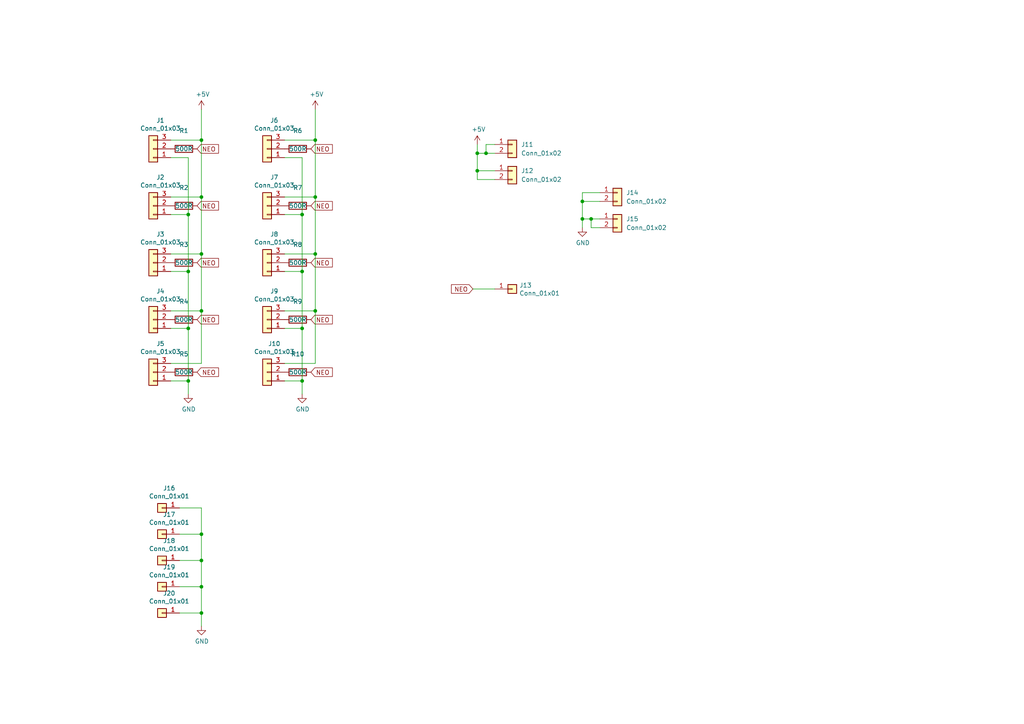
<source format=kicad_sch>
(kicad_sch (version 20211123) (generator eeschema)
  (paper "A4")
  (lib_symbols
    (symbol "Connector_Generic:Conn_01x01" (pin_names (offset 1.016) hide)
      (property "Reference" "J" (at 0 2.54 0))
      (property "Value" "Conn_01x01" (at 0 -2.54 0))
      (symbol "Conn_01x01_1_1"
        (rectangle (start -1.27 0.127) (end 0 -0.127) (stroke (width 0.1524)))
        (rectangle (start -1.27 1.27) (end 1.27 -1.27) (stroke (width 0.254)) (fill (type background)))
        (pin passive line (at -5.08 0 0) (length 3.81) (name "Pin_1") (number "1"))
      )
    )
    (symbol "Connector_Generic:Conn_01x02" (pin_names (offset 1.016) hide)
      (property "Reference" "J" (at 0 2.54 0))
      (property "Value" "Conn_01x02" (at 0 -5.08 0))
      (symbol "Conn_01x02_1_1"
        (rectangle (start -1.27 -2.413) (end 0 -2.667) (stroke (width 0.1524)))
        (rectangle (start -1.27 0.127) (end 0 -0.127) (stroke (width 0.1524)))
        (rectangle (start -1.27 1.27) (end 1.27 -3.81) (stroke (width 0.254)) (fill (type background)))
        (pin passive line (at -5.08 0 0) (length 3.81) (name "Pin_1") (number "1"))
        (pin passive line (at -5.08 -2.54 0) (length 3.81) (name "Pin_2") (number "2"))
      )
    )
    (symbol "Connector_Generic:Conn_01x03" (pin_names (offset 1.016) hide)
      (property "Reference" "J" (at 0 5.08 0))
      (property "Value" "Conn_01x03" (at 0 -5.08 0))
      (symbol "Conn_01x03_1_1"
        (rectangle (start -1.27 -2.413) (end 0 -2.667) (stroke (width 0.1524)))
        (rectangle (start -1.27 0.127) (end 0 -0.127) (stroke (width 0.1524)))
        (rectangle (start -1.27 2.667) (end 0 2.413) (stroke (width 0.1524)))
        (rectangle (start -1.27 3.81) (end 1.27 -3.81) (stroke (width 0.254)) (fill (type background)))
        (pin passive line (at -5.08 2.54 0) (length 3.81) (name "Pin_1") (number "1"))
        (pin passive line (at -5.08 0 0) (length 3.81) (name "Pin_2") (number "2"))
        (pin passive line (at -5.08 -2.54 0) (length 3.81) (name "Pin_3") (number "3"))
      )
    )
    (symbol "Device:R" (pin_numbers hide) (pin_names (offset 0))
      (property "Reference" "R" (at 2.032 0 90))
      (property "Value" "R" (at 0 0 90))
      (symbol "R_0_1"
        (rectangle (start -1.016 -2.54) (end 1.016 2.54) (stroke (width 0.254)))
      )
      (symbol "R_1_1"
        (pin passive line (at 0 3.81 270) (length 1.27) (name "~") (number "1"))
        (pin passive line (at 0 -3.81 90) (length 1.27) (name "~") (number "2"))
      )
    )
    (symbol "power:+5V" (power) (pin_names (offset 0))
      (property "Value" "+5V" (at 0 3.556 0))
      (symbol "+5V_0_1"
        (polyline (pts (xy -0.762 1.27) (xy 0 2.54)))
        (polyline (pts (xy 0 0) (xy 0 2.54)))
        (polyline (pts (xy 0 2.54) (xy 0.762 1.27)))
      )
      (symbol "+5V_1_1"
        (pin power_in line (at 0 0 90) (length 0) hide (name "+5V") (number "1"))
      )
    )
    (symbol "power:GND" (power) (pin_names (offset 0))
      (property "Value" "GND" (at 0 -3.81 0))
      (symbol "GND_0_1"
        (polyline (pts (xy 0 0) (xy 0 -1.27) (xy 1.27 -1.27) (xy 0 -2.54) (xy -1.27 -1.27) (xy 0 -1.27)))
      )
      (symbol "GND_1_1"
        (pin power_in line (at 0 0 270) (length 0) hide (name "GND") (number "1"))
      )
    )
  )
  (junction (at 54.61 110.49))
  (junction (at 58.42 90.17))
  (junction (at 54.61 62.23))
  (junction (at 58.42 162.56))
  (junction (at 140.97 44.45))
  (junction (at 91.44 73.66))
  (junction (at 138.43 49.53))
  (junction (at 87.63 110.49))
  (junction (at 91.44 40.64))
  (junction (at 58.42 73.66))
  (junction (at 168.91 63.5))
  (junction (at 54.61 95.25))
  (junction (at 58.42 170.18))
  (junction (at 168.91 58.42))
  (junction (at 54.61 78.74))
  (junction (at 58.42 40.64))
  (junction (at 138.43 44.45))
  (junction (at 87.63 78.74))
  (junction (at 91.44 90.17))
  (junction (at 87.63 62.23))
  (junction (at 58.42 177.8))
  (junction (at 171.45 63.5))
  (junction (at 91.44 57.15))
  (junction (at 58.42 57.15))
  (junction (at 58.42 154.94))
  (junction (at 87.63 95.25))
  (wire (pts (xy 171.45 63.5) (xy 168.91 63.5)))
  (wire (pts (xy 49.53 73.66) (xy 58.42 73.66)))
  (wire (pts (xy 137.16 83.82) (xy 143.51 83.82)))
  (wire (pts (xy 143.51 44.45) (xy 140.97 44.45)))
  (wire (pts (xy 82.55 78.74) (xy 87.63 78.74)))
  (wire (pts (xy 49.53 105.41) (xy 58.42 105.41)))
  (wire (pts (xy 82.55 45.72) (xy 87.63 45.72)))
  (wire (pts (xy 82.55 40.64) (xy 91.44 40.64)))
  (wire (pts (xy 91.44 105.41) (xy 91.44 90.17)))
  (wire (pts (xy 58.42 177.8) (xy 58.42 181.61)))
  (wire (pts (xy 58.42 40.64) (xy 58.42 31.75)))
  (wire (pts (xy 173.99 63.5) (xy 171.45 63.5)))
  (wire (pts (xy 140.97 41.91) (xy 140.97 44.45)))
  (wire (pts (xy 91.44 57.15) (xy 91.44 40.64)))
  (wire (pts (xy 91.44 73.66) (xy 91.44 57.15)))
  (wire (pts (xy 87.63 45.72) (xy 87.63 62.23)))
  (wire (pts (xy 171.45 66.04) (xy 171.45 63.5)))
  (wire (pts (xy 140.97 44.45) (xy 138.43 44.45)))
  (wire (pts (xy 58.42 154.94) (xy 58.42 162.56)))
  (wire (pts (xy 143.51 52.07) (xy 138.43 52.07)))
  (wire (pts (xy 49.53 90.17) (xy 58.42 90.17)))
  (wire (pts (xy 91.44 40.64) (xy 91.44 31.75)))
  (wire (pts (xy 82.55 90.17) (xy 91.44 90.17)))
  (wire (pts (xy 54.61 45.72) (xy 54.61 62.23)))
  (wire (pts (xy 87.63 62.23) (xy 87.63 78.74)))
  (wire (pts (xy 82.55 110.49) (xy 87.63 110.49)))
  (wire (pts (xy 54.61 95.25) (xy 54.61 110.49)))
  (wire (pts (xy 49.53 40.64) (xy 58.42 40.64)))
  (wire (pts (xy 58.42 147.32) (xy 58.42 154.94)))
  (wire (pts (xy 58.42 170.18) (xy 58.42 177.8)))
  (wire (pts (xy 87.63 78.74) (xy 87.63 95.25)))
  (wire (pts (xy 82.55 57.15) (xy 91.44 57.15)))
  (wire (pts (xy 82.55 73.66) (xy 91.44 73.66)))
  (wire (pts (xy 58.42 162.56) (xy 58.42 170.18)))
  (wire (pts (xy 173.99 58.42) (xy 168.91 58.42)))
  (wire (pts (xy 49.53 57.15) (xy 58.42 57.15)))
  (wire (pts (xy 138.43 44.45) (xy 138.43 41.91)))
  (wire (pts (xy 52.07 154.94) (xy 58.42 154.94)))
  (wire (pts (xy 82.55 105.41) (xy 91.44 105.41)))
  (wire (pts (xy 54.61 110.49) (xy 54.61 114.3)))
  (wire (pts (xy 143.51 41.91) (xy 140.97 41.91)))
  (wire (pts (xy 52.07 170.18) (xy 58.42 170.18)))
  (wire (pts (xy 138.43 44.45) (xy 138.43 49.53)))
  (wire (pts (xy 173.99 66.04) (xy 171.45 66.04)))
  (wire (pts (xy 52.07 162.56) (xy 58.42 162.56)))
  (wire (pts (xy 91.44 90.17) (xy 91.44 73.66)))
  (wire (pts (xy 49.53 78.74) (xy 54.61 78.74)))
  (wire (pts (xy 87.63 95.25) (xy 87.63 110.49)))
  (wire (pts (xy 58.42 57.15) (xy 58.42 40.64)))
  (wire (pts (xy 138.43 52.07) (xy 138.43 49.53)))
  (wire (pts (xy 143.51 49.53) (xy 138.43 49.53)))
  (wire (pts (xy 58.42 73.66) (xy 58.42 57.15)))
  (wire (pts (xy 49.53 62.23) (xy 54.61 62.23)))
  (wire (pts (xy 87.63 110.49) (xy 87.63 114.3)))
  (wire (pts (xy 49.53 45.72) (xy 54.61 45.72)))
  (wire (pts (xy 82.55 95.25) (xy 87.63 95.25)))
  (wire (pts (xy 168.91 63.5) (xy 168.91 66.04)))
  (wire (pts (xy 82.55 62.23) (xy 87.63 62.23)))
  (wire (pts (xy 173.99 55.88) (xy 168.91 55.88)))
  (wire (pts (xy 168.91 55.88) (xy 168.91 58.42)))
  (wire (pts (xy 49.53 95.25) (xy 54.61 95.25)))
  (wire (pts (xy 54.61 62.23) (xy 54.61 78.74)))
  (wire (pts (xy 52.07 147.32) (xy 58.42 147.32)))
  (wire (pts (xy 54.61 78.74) (xy 54.61 95.25)))
  (wire (pts (xy 52.07 177.8) (xy 58.42 177.8)))
  (wire (pts (xy 58.42 90.17) (xy 58.42 73.66)))
  (wire (pts (xy 58.42 105.41) (xy 58.42 90.17)))
  (wire (pts (xy 49.53 110.49) (xy 54.61 110.49)))
  (wire (pts (xy 168.91 58.42) (xy 168.91 63.5)))
  (global_label "NEO" (shape input) (at 57.15 43.18 0) (property "Intersheet References" "${INTERSHEET_REFS}" (effects hide)))
  (global_label "NEO" (shape input) (at 90.17 43.18 0) (property "Intersheet References" "${INTERSHEET_REFS}" (effects hide)))
  (global_label "NEO" (shape input) (at 57.15 107.95 0) (property "Intersheet References" "${INTERSHEET_REFS}" (effects hide)))
  (global_label "NEO" (shape input) (at 57.15 59.69 0) (property "Intersheet References" "${INTERSHEET_REFS}" (effects hide)))
  (global_label "NEO" (shape input) (at 90.17 92.71 0) (property "Intersheet References" "${INTERSHEET_REFS}" (effects hide)))
  (global_label "NEO" (shape input) (at 90.17 59.69 0) (property "Intersheet References" "${INTERSHEET_REFS}" (effects hide)))
  (global_label "NEO" (shape input) (at 137.16 83.82 180) (property "Intersheet References" "${INTERSHEET_REFS}" (effects hide)))
  (global_label "NEO" (shape input) (at 57.15 76.2 0) (property "Intersheet References" "${INTERSHEET_REFS}" (effects hide)))
  (global_label "NEO" (shape input) (at 90.17 76.2 0) (property "Intersheet References" "${INTERSHEET_REFS}" (effects hide)))
  (global_label "NEO" (shape input) (at 57.15 92.71 0) (property "Intersheet References" "${INTERSHEET_REFS}" (effects hide)))
  (global_label "NEO" (shape input) (at 90.17 107.95 0) (property "Intersheet References" "${INTERSHEET_REFS}" (effects hide)))
  (symbol (lib_id "Connector_Generic:Conn_01x03") (at 44.45 43.18 180) (unit 1)
    (property "Reference" "J1" (at 46.5328 34.925 0))
    (property "Value" "Conn_01x03" (at 46.5328 37.2364 0))
    (property "Footprint" "Connector_JST:JST_PH_B3B-PH-K_1x03_P2.00mm_Vertical" (effects hide))
  )
  (symbol (lib_id "Device:R") (at 53.34 43.18 270) (unit 1)
    (property "Reference" "R1" (at 53.34 37.9222 90))
    (property "Value" "500R" (at 53.34 43.18 90))
    (property "Footprint" "Resistor_SMD:R_0603_1608Metric_Pad0.98x0.95mm_HandSolder" (effects hide))
  )
  (symbol (lib_id "Connector_Generic:Conn_01x03") (at 44.45 59.69 180) (unit 1)
    (property "Reference" "J2" (at 46.5328 51.435 0))
    (property "Value" "Conn_01x03" (at 46.5328 53.7464 0))
    (property "Footprint" "Connector_JST:JST_PH_B3B-PH-K_1x03_P2.00mm_Vertical" (effects hide))
  )
  (symbol (lib_id "Connector_Generic:Conn_01x03") (at 44.45 76.2 180) (unit 1)
    (property "Reference" "J3" (at 46.5328 67.945 0))
    (property "Value" "Conn_01x03" (at 46.5328 70.2564 0))
    (property "Footprint" "Connector_JST:JST_PH_B3B-PH-K_1x03_P2.00mm_Vertical" (effects hide))
  )
  (symbol (lib_id "Connector_Generic:Conn_01x03") (at 44.45 92.71 180) (unit 1)
    (property "Reference" "J4" (at 46.5328 84.455 0))
    (property "Value" "Conn_01x03" (at 46.5328 86.7664 0))
    (property "Footprint" "Connector_JST:JST_PH_B3B-PH-K_1x03_P2.00mm_Vertical" (effects hide))
  )
  (symbol (lib_id "Device:R") (at 53.34 59.69 270) (unit 1)
    (property "Reference" "R2" (at 53.34 54.4322 90))
    (property "Value" "500R" (at 53.34 59.69 90))
    (property "Footprint" "Resistor_SMD:R_0603_1608Metric_Pad0.98x0.95mm_HandSolder" (effects hide))
  )
  (symbol (lib_id "Connector_Generic:Conn_01x03") (at 44.45 107.95 180) (unit 1)
    (property "Reference" "J5" (at 46.5328 99.695 0))
    (property "Value" "Conn_01x03" (at 46.5328 102.0064 0))
    (property "Footprint" "Connector_JST:JST_PH_B3B-PH-K_1x03_P2.00mm_Vertical" (effects hide))
  )
  (symbol (lib_id "Connector_Generic:Conn_01x03") (at 77.47 107.95 180) (unit 1)
    (property "Reference" "J10" (at 79.5528 99.695 0))
    (property "Value" "Conn_01x03" (at 79.5528 102.0064 0))
    (property "Footprint" "Connector_JST:JST_PH_B3B-PH-K_1x03_P2.00mm_Vertical" (effects hide))
  )
  (symbol (lib_id "Device:R") (at 53.34 76.2 270) (unit 1)
    (property "Reference" "R3" (at 53.34 70.9422 90))
    (property "Value" "500R" (at 53.34 76.2 90))
    (property "Footprint" "Resistor_SMD:R_0603_1608Metric_Pad0.98x0.95mm_HandSolder" (effects hide))
  )
  (symbol (lib_id "Device:R") (at 53.34 92.71 270) (unit 1)
    (property "Reference" "R4" (at 53.34 87.4522 90))
    (property "Value" "500R" (at 53.34 92.71 90))
    (property "Footprint" "Resistor_SMD:R_0603_1608Metric_Pad0.98x0.95mm_HandSolder" (effects hide))
  )
  (symbol (lib_id "Connector_Generic:Conn_01x03") (at 77.47 92.71 180) (unit 1)
    (property "Reference" "J9" (at 79.5528 84.455 0))
    (property "Value" "Conn_01x03" (at 79.5528 86.7664 0))
    (property "Footprint" "Connector_JST:JST_PH_B3B-PH-K_1x03_P2.00mm_Vertical" (effects hide))
  )
  (symbol (lib_id "Device:R") (at 53.34 107.95 270) (unit 1)
    (property "Reference" "R5" (at 53.34 102.6922 90))
    (property "Value" "500R" (at 53.34 107.95 90))
    (property "Footprint" "Resistor_SMD:R_0603_1608Metric_Pad0.98x0.95mm_HandSolder" (effects hide))
  )
  (symbol (lib_id "Connector_Generic:Conn_01x03") (at 77.47 76.2 180) (unit 1)
    (property "Reference" "J8" (at 79.5528 67.945 0))
    (property "Value" "Conn_01x03" (at 79.5528 70.2564 0))
    (property "Footprint" "Connector_JST:JST_PH_B3B-PH-K_1x03_P2.00mm_Vertical" (effects hide))
  )
  (symbol (lib_id "Connector_Generic:Conn_01x03") (at 77.47 59.69 180) (unit 1)
    (property "Reference" "J7" (at 79.5528 51.435 0))
    (property "Value" "Conn_01x03" (at 79.5528 53.7464 0))
    (property "Footprint" "Connector_JST:JST_PH_B3B-PH-K_1x03_P2.00mm_Vertical" (effects hide))
  )
  (symbol (lib_id "Device:R") (at 86.36 107.95 270) (unit 1)
    (property "Reference" "R10" (at 86.36 102.6922 90))
    (property "Value" "500R" (at 86.36 107.95 90))
    (property "Footprint" "Resistor_SMD:R_0603_1608Metric_Pad0.98x0.95mm_HandSolder" (effects hide))
  )
  (symbol (lib_id "Connector_Generic:Conn_01x03") (at 77.47 43.18 180) (unit 1)
    (property "Reference" "J6" (at 79.5528 34.925 0))
    (property "Value" "Conn_01x03" (at 79.5528 37.2364 0))
    (property "Footprint" "Connector_JST:JST_PH_B3B-PH-K_1x03_P2.00mm_Vertical" (effects hide))
  )
  (symbol (lib_id "power:+5V") (at 58.42 31.75 0) (unit 1)
    (property "Reference" "#PWR0101" (effects hide))
    (property "Value" "+5V" (at 58.801 27.3558 0))
  )
  (symbol (lib_id "power:+5V") (at 91.44 31.75 0) (unit 1)
    (property "Reference" "#PWR0102" (effects hide))
    (property "Value" "+5V" (at 91.821 27.3558 0))
  )
  (symbol (lib_id "power:GND") (at 54.61 114.3 0) (unit 1)
    (property "Reference" "#PWR0103" (effects hide))
    (property "Value" "GND" (at 54.737 118.6942 0))
  )
  (symbol (lib_id "Device:R") (at 86.36 92.71 270) (unit 1)
    (property "Reference" "R9" (at 86.36 87.4522 90))
    (property "Value" "500R" (at 86.36 92.71 90))
    (property "Footprint" "Resistor_SMD:R_0603_1608Metric_Pad0.98x0.95mm_HandSolder" (effects hide))
  )
  (symbol (lib_id "Device:R") (at 86.36 76.2 270) (unit 1)
    (property "Reference" "R8" (at 86.36 70.9422 90))
    (property "Value" "500R" (at 86.36 76.2 90))
    (property "Footprint" "Resistor_SMD:R_0603_1608Metric_Pad0.98x0.95mm_HandSolder" (effects hide))
  )
  (symbol (lib_id "Device:R") (at 86.36 59.69 270) (unit 1)
    (property "Reference" "R7" (at 86.36 54.4322 90))
    (property "Value" "500R" (at 86.36 59.69 90))
    (property "Footprint" "Resistor_SMD:R_0603_1608Metric_Pad0.98x0.95mm_HandSolder" (effects hide))
  )
  (symbol (lib_id "power:GND") (at 87.63 114.3 0) (unit 1)
    (property "Reference" "#PWR0104" (effects hide))
    (property "Value" "GND" (at 87.757 118.6942 0))
  )
  (symbol (lib_id "Device:R") (at 86.36 43.18 270) (unit 1)
    (property "Reference" "R6" (at 86.36 37.9222 90))
    (property "Value" "500R" (at 86.36 43.18 90))
    (property "Footprint" "Resistor_SMD:R_0603_1608Metric_Pad0.98x0.95mm_HandSolder" (effects hide))
  )
  (symbol (lib_id "power:+5V") (at 138.43 41.91 0) (unit 1)
    (property "Reference" "#PWR0105" (effects hide))
    (property "Value" "+5V" (at 138.811 37.5158 0))
  )
  (symbol (lib_id "power:GND") (at 168.91 66.04 0) (unit 1)
    (property "Reference" "#PWR0106" (effects hide))
    (property "Value" "GND" (at 169.037 70.4342 0))
  )
  (symbol (lib_id "Connector_Generic:Conn_01x01") (at 148.59 83.82 0) (unit 1)
    (property "Reference" "J13" (at 150.622 82.7532 0) (effects (justify left)))
    (property "Value" "Conn_01x01" (at 150.622 85.0646 0) (effects (justify left)))
    (property "Footprint" "Connector_PinHeader_2.54mm:PinHeader_1x01_P2.54mm_Vertical" (effects hide))
  )
  (symbol (lib_id "Connector_Generic:Conn_01x01") (at 46.99 147.32 180) (unit 1)
    (property "Reference" "J16" (at 49.0728 141.605 0))
    (property "Value" "Conn_01x01" (at 49.0728 143.9164 0))
    (property "Footprint" "MountingHole:MountingHole_2.2mm_M2" (effects hide))
  )
  (symbol (lib_id "Connector_Generic:Conn_01x01") (at 46.99 154.94 180) (unit 1)
    (property "Reference" "J17" (at 49.0728 149.225 0))
    (property "Value" "Conn_01x01" (at 49.0728 151.5364 0))
    (property "Footprint" "MountingHole:MountingHole_2.2mm_M2" (effects hide))
  )
  (symbol (lib_id "Connector_Generic:Conn_01x01") (at 46.99 162.56 180) (unit 1)
    (property "Reference" "J18" (at 49.0728 156.845 0))
    (property "Value" "Conn_01x01" (at 49.0728 159.1564 0))
    (property "Footprint" "MountingHole:MountingHole_2.2mm_M2" (effects hide))
  )
  (symbol (lib_id "Connector_Generic:Conn_01x01") (at 46.99 170.18 180) (unit 1)
    (property "Reference" "J19" (at 49.0728 164.465 0))
    (property "Value" "Conn_01x01" (at 49.0728 166.7764 0))
    (property "Footprint" "MountingHole:MountingHole_2.2mm_M2" (effects hide))
  )
  (symbol (lib_id "Connector_Generic:Conn_01x01") (at 46.99 177.8 180) (unit 1)
    (property "Reference" "J20" (at 49.0728 172.085 0))
    (property "Value" "Conn_01x01" (at 49.0728 174.3964 0))
    (property "Footprint" "MountingHole:MountingHole_2.2mm_M2" (effects hide))
  )
  (symbol (lib_id "power:GND") (at 58.42 181.61 0) (unit 1)
    (property "Reference" "#PWR0107" (effects hide))
    (property "Value" "GND" (at 58.547 186.0042 0))
  )
  (symbol (lib_id "Connector_Generic:Conn_01x02") (at 179.07 55.88 0) (unit 1)
    (property "Reference" "J14" (at 181.61 55.8799 0) (effects (justify left)))
    (property "Value" "Conn_01x02" (at 181.61 58.4199 0) (effects (justify left)))
    (property "Footprint" "Connector_PinHeader_2.54mm:PinHeader_1x02_P2.54mm_Vertical" (effects hide))
  )
  (symbol (lib_id "Connector_Generic:Conn_01x02") (at 148.59 41.91 0) (unit 1)
    (property "Reference" "J11" (at 151.13 41.9099 0) (effects (justify left)))
    (property "Value" "Conn_01x02" (at 151.13 44.4499 0) (effects (justify left)))
    (property "Footprint" "Connector_PinHeader_2.54mm:PinHeader_1x02_P2.54mm_Vertical" (effects hide))
  )
  (symbol (lib_id "Connector_Generic:Conn_01x02") (at 148.59 49.53 0) (unit 1)
    (property "Reference" "J12" (at 151.13 49.5299 0) (effects (justify left)))
    (property "Value" "Conn_01x02" (at 151.13 52.0699 0) (effects (justify left)))
    (property "Footprint" "Connector_PinHeader_2.54mm:PinHeader_1x02_P2.54mm_Vertical" (effects hide))
  )
  (symbol (lib_id "Connector_Generic:Conn_01x02") (at 179.07 63.5 0) (unit 1)
    (property "Reference" "J15" (at 181.61 63.4999 0) (effects (justify left)))
    (property "Value" "Conn_01x02" (at 181.61 66.0399 0) (effects (justify left)))
    (property "Footprint" "Connector_PinHeader_2.54mm:PinHeader_1x02_P2.54mm_Vertical" (effects hide))
  )
)
</source>
